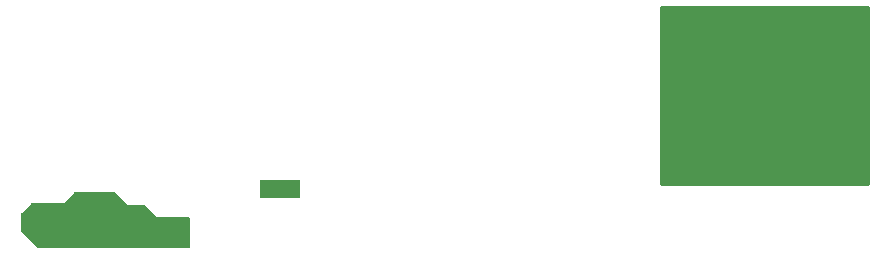
<source format=gbr>
G04 EAGLE Gerber X2 export*
%TF.Part,Single*%
%TF.FileFunction,Other,stiffener on top layer*%
%TF.FilePolarity,Positive*%
%TF.GenerationSoftware,Autodesk,EAGLE,9.6.2*%
%TF.CreationDate,2021-11-14T09:40:45Z*%
G75*
%MOMM*%
%FSLAX34Y34*%
%LPD*%
%INstiffener top*%
%AMOC8*
5,1,8,0,0,1.08239X$1,22.5*%
G01*
%ADD10R,3.500000X1.500000*%

G36*
X789618Y-46254D02*
X789618Y-46254D01*
X789737Y-46247D01*
X789775Y-46234D01*
X789816Y-46229D01*
X789926Y-46186D01*
X790039Y-46149D01*
X790074Y-46127D01*
X790111Y-46112D01*
X790207Y-46043D01*
X790308Y-45979D01*
X790336Y-45949D01*
X790369Y-45926D01*
X790445Y-45834D01*
X790526Y-45747D01*
X790546Y-45712D01*
X790571Y-45681D01*
X790622Y-45573D01*
X790680Y-45469D01*
X790690Y-45429D01*
X790707Y-45393D01*
X790729Y-45276D01*
X790759Y-45161D01*
X790763Y-45101D01*
X790767Y-45081D01*
X790765Y-45060D01*
X790769Y-45000D01*
X790769Y105000D01*
X790754Y105118D01*
X790747Y105237D01*
X790734Y105275D01*
X790729Y105316D01*
X790686Y105426D01*
X790649Y105539D01*
X790627Y105574D01*
X790612Y105611D01*
X790543Y105707D01*
X790479Y105808D01*
X790449Y105836D01*
X790426Y105869D01*
X790334Y105945D01*
X790247Y106026D01*
X790212Y106046D01*
X790181Y106071D01*
X790073Y106122D01*
X789969Y106180D01*
X789929Y106190D01*
X789893Y106207D01*
X789776Y106229D01*
X789661Y106259D01*
X789601Y106263D01*
X789581Y106267D01*
X789560Y106265D01*
X789500Y106269D01*
X615000Y106269D01*
X614882Y106254D01*
X614763Y106247D01*
X614725Y106234D01*
X614684Y106229D01*
X614574Y106186D01*
X614461Y106149D01*
X614426Y106127D01*
X614389Y106112D01*
X614293Y106043D01*
X614192Y105979D01*
X614164Y105949D01*
X614131Y105926D01*
X614056Y105834D01*
X613974Y105747D01*
X613954Y105712D01*
X613929Y105681D01*
X613878Y105573D01*
X613820Y105469D01*
X613810Y105429D01*
X613793Y105393D01*
X613771Y105276D01*
X613741Y105161D01*
X613737Y105101D01*
X613733Y105081D01*
X613735Y105060D01*
X613731Y105000D01*
X613731Y-45000D01*
X613746Y-45118D01*
X613753Y-45237D01*
X613766Y-45275D01*
X613771Y-45316D01*
X613814Y-45426D01*
X613851Y-45539D01*
X613873Y-45574D01*
X613888Y-45611D01*
X613958Y-45707D01*
X614021Y-45808D01*
X614051Y-45836D01*
X614074Y-45869D01*
X614166Y-45945D01*
X614253Y-46026D01*
X614288Y-46046D01*
X614319Y-46071D01*
X614427Y-46122D01*
X614531Y-46180D01*
X614571Y-46190D01*
X614607Y-46207D01*
X614724Y-46229D01*
X614839Y-46259D01*
X614900Y-46263D01*
X614920Y-46267D01*
X614940Y-46265D01*
X615000Y-46269D01*
X789500Y-46269D01*
X789618Y-46254D01*
G37*
G36*
X214026Y-98520D02*
X214026Y-98520D01*
X214052Y-98522D01*
X214199Y-98500D01*
X214346Y-98483D01*
X214371Y-98475D01*
X214397Y-98471D01*
X214535Y-98416D01*
X214674Y-98366D01*
X214696Y-98352D01*
X214721Y-98342D01*
X214842Y-98257D01*
X214967Y-98177D01*
X214985Y-98158D01*
X215007Y-98143D01*
X215106Y-98033D01*
X215209Y-97926D01*
X215223Y-97904D01*
X215240Y-97884D01*
X215312Y-97754D01*
X215388Y-97627D01*
X215396Y-97602D01*
X215409Y-97579D01*
X215449Y-97436D01*
X215494Y-97295D01*
X215496Y-97269D01*
X215504Y-97244D01*
X215523Y-97000D01*
X215523Y-74000D01*
X215520Y-73974D01*
X215522Y-73948D01*
X215500Y-73801D01*
X215483Y-73654D01*
X215475Y-73629D01*
X215471Y-73603D01*
X215416Y-73465D01*
X215366Y-73326D01*
X215352Y-73304D01*
X215342Y-73279D01*
X215257Y-73158D01*
X215177Y-73033D01*
X215158Y-73015D01*
X215143Y-72993D01*
X215033Y-72894D01*
X214926Y-72791D01*
X214904Y-72777D01*
X214884Y-72760D01*
X214754Y-72688D01*
X214627Y-72612D01*
X214602Y-72604D01*
X214579Y-72591D01*
X214436Y-72551D01*
X214295Y-72506D01*
X214269Y-72504D01*
X214244Y-72496D01*
X214000Y-72477D01*
X187631Y-72477D01*
X178077Y-62923D01*
X177978Y-62844D01*
X177884Y-62760D01*
X177842Y-62736D01*
X177804Y-62706D01*
X177690Y-62652D01*
X177579Y-62591D01*
X177533Y-62578D01*
X177489Y-62557D01*
X177366Y-62531D01*
X177244Y-62496D01*
X177183Y-62492D01*
X177148Y-62484D01*
X177100Y-62485D01*
X177000Y-62477D01*
X162631Y-62477D01*
X152077Y-51923D01*
X151978Y-51844D01*
X151884Y-51760D01*
X151842Y-51736D01*
X151804Y-51706D01*
X151690Y-51652D01*
X151579Y-51591D01*
X151533Y-51578D01*
X151489Y-51557D01*
X151366Y-51531D01*
X151244Y-51496D01*
X151183Y-51492D01*
X151148Y-51484D01*
X151100Y-51485D01*
X151000Y-51477D01*
X118000Y-51477D01*
X117874Y-51491D01*
X117748Y-51498D01*
X117702Y-51511D01*
X117654Y-51517D01*
X117535Y-51559D01*
X117413Y-51594D01*
X117371Y-51618D01*
X117326Y-51634D01*
X117219Y-51703D01*
X117109Y-51764D01*
X117063Y-51804D01*
X117033Y-51823D01*
X116999Y-51858D01*
X116923Y-51923D01*
X108369Y-60477D01*
X82000Y-60477D01*
X81874Y-60491D01*
X81748Y-60498D01*
X81702Y-60511D01*
X81654Y-60517D01*
X81535Y-60559D01*
X81413Y-60594D01*
X81371Y-60618D01*
X81326Y-60634D01*
X81219Y-60703D01*
X81109Y-60764D01*
X81063Y-60804D01*
X81033Y-60823D01*
X80999Y-60858D01*
X80923Y-60923D01*
X72923Y-68923D01*
X72844Y-69022D01*
X72760Y-69116D01*
X72736Y-69158D01*
X72706Y-69196D01*
X72652Y-69310D01*
X72591Y-69421D01*
X72578Y-69467D01*
X72557Y-69511D01*
X72531Y-69634D01*
X72496Y-69756D01*
X72492Y-69817D01*
X72484Y-69852D01*
X72485Y-69900D01*
X72477Y-70000D01*
X72477Y-84000D01*
X72491Y-84126D01*
X72498Y-84252D01*
X72511Y-84298D01*
X72517Y-84346D01*
X72559Y-84465D01*
X72594Y-84587D01*
X72618Y-84629D01*
X72634Y-84674D01*
X72703Y-84781D01*
X72764Y-84891D01*
X72804Y-84937D01*
X72823Y-84967D01*
X72858Y-85001D01*
X72923Y-85077D01*
X85923Y-98077D01*
X86022Y-98156D01*
X86116Y-98240D01*
X86158Y-98264D01*
X86196Y-98294D01*
X86310Y-98348D01*
X86421Y-98409D01*
X86467Y-98422D01*
X86511Y-98443D01*
X86634Y-98469D01*
X86756Y-98504D01*
X86817Y-98509D01*
X86852Y-98516D01*
X86900Y-98515D01*
X87000Y-98523D01*
X214000Y-98523D01*
X214026Y-98520D01*
G37*
D10*
X291500Y-48500D03*
M02*

</source>
